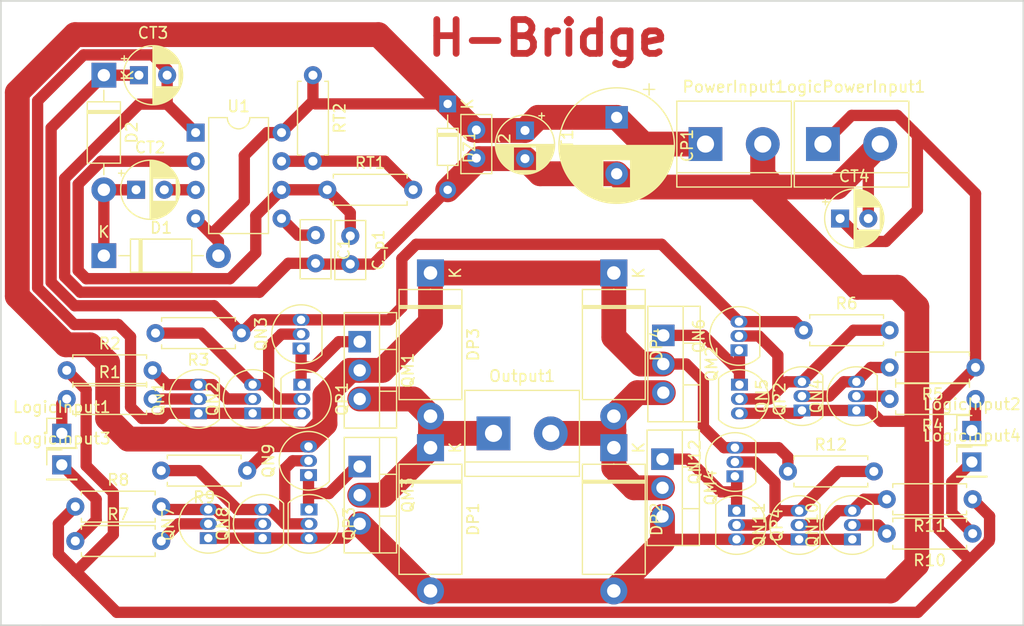
<source format=kicad_pcb>
(kicad_pcb (version 20211014) (generator pcbnew)
  (layers (0 "F.Cu" signal) (31 "B.Cu" signal) (37 "F.SilkS" user "F.Silkscreen") (38 "B.Mask" user) (39 "F.Mask" user) (44 "Edge.Cuts" user))
  (net 0 "")
  (net 1 "Net-(C1-Pad1)")
  (net 2 "GND")
  (net 3 "+12V")
  (net 4 "Net-(D1-Pad1)")
  (net 5 "Net-(U1-Pad3)")
  (net 6 "+24V")
  (net 7 "+5V")
  (net 8 "Net-(U1-Pad2)")
  (net 9 "Net-(QM1-Pad3)")
  (net 10 "Net-(QM2-Pad3)")
  (net 11 "Net-(QM1-Pad1)")
  (net 12 "Net-(QN6-Pad1)")
  (net 13 "Net-(QN9-Pad1)")
  (net 14 "Net-(QN12-Pad1)")
  (net 15 "Net-(QN1-Pad2)")
  (net 16 "Net-(QN1-Pad3)")
  (net 17 "Net-(QP1-Pad2)")
  (net 18 "Net-(QN4-Pad2)")
  (net 19 "Net-(QN4-Pad3)")
  (net 20 "Net-(QN5-Pad3)")
  (net 21 "Net-(R7-Pad2)")
  (net 22 "Net-(R8-Pad2)")
  (net 23 "Net-(R9-Pad2)")
  (net 24 "Net-(R10-Pad2)")
  (net 25 "Net-(R11-Pad2)")
  (net 26 "Net-(R12-Pad2)")
  (net 27 "Net-(U1-Pad7)")
  (net 28 "Net-(R1-Pad1)")
  (net 29 "Net-(R4-Pad1)")
  (net 30 "Net-(R7-Pad1)")
  (net 31 "Net-(R10-Pad1)")
  (footprint "Package_TO_SOT_THT:TO-92_Inline" (layer "F.Cu") (at 36.611 59.891031 90)
    (fp_text reference "QN8")
    (fp_text value "S8050")
  )
  (footprint "Package_TO_SOT_THT:TO-92_Inline" (layer "F.Cu") (at 35.722 48.821031 90)
    (fp_text reference "QN2")
    (fp_text value "S8050")
  )
  (footprint "Package_TO_SOT_THT:TO-92_Inline" (layer "F.Cu") (at 40.017 43.071031 90)
    (fp_text reference "QN3")
    (fp_text value "S8050")
  )
  (footprint "Package_TO_SOT_THT:TO-220-3_Vertical" (layer "F.Cu") (at 45.212 53.541031 -90)
    (fp_text reference "QM3")
    (fp_text value "IRF540N")
  )
  (footprint "Package_TO_SOT_THT:TO-220-3_Vertical" (layer "F.Cu") (at 45.212 42.471031 -90)
    (fp_text reference "QM1")
    (fp_text value "IRF540N")
  )
  (footprint "Diode_THT:D_DO-41_SOD81_P10.16mm_Horizontal" (layer "F.Cu") (at 22.525 18.839031 -90)
    (fp_text reference "D2")
    (fp_text value "1N5819")
  )
  (footprint "Package_TO_SOT_THT:TO-220-3_Vertical" (layer "F.Cu") (at 72.136 41.91 -90)
    (fp_text reference "QM2")
    (fp_text value "IRF540N")
  )
  (footprint "Capacitor_THT:CP_Radial_D5.0mm_P2.50mm" (layer "F.Cu") (at 25.383888 28.999031)
    (fp_text reference "CT2")
    (fp_text value "10uF")
  )
  (footprint "Resistor_THT:R_Axial_DIN0207_L6.3mm_D2.5mm_P7.62mm_Horizontal" (layer "F.Cu") (at 19.233 45.011031)
    (fp_text reference "R2")
    (fp_text value "1k")
  )
  (footprint "Capacitor_THT:C_Disc_D5.0mm_W2.5mm_P2.50mm" (layer "F.Cu") (at 55.555 23.695031 -90)
    (fp_text reference "C2")
    (fp_text value "100nF")
  )
  (footprint "Package_TO_SOT_THT:TO-92_Inline" (layer "F.Cu") (at 88.9 59.997031 90)
    (fp_text reference "QN10")
    (fp_text value "S8050")
  )
  (footprint "Capacitor_THT:CP_Radial_D5.0mm_P2.50mm" (layer "F.Cu") (at 87.813 31.549031)
    (fp_text reference "CT4")
    (fp_text value "10uF")
  )
  (footprint "Connector_PinHeader_2.54mm:PinHeader_1x01_P2.54mm_Vertical" (layer "F.Cu") (at 99.497 50.345031)
    (fp_text reference "LogicInput2")
    (fp_text value "Conn_01x01_Female")
  )
  (footprint "Package_TO_SOT_THT:TO-92_Inline" (layer "F.Cu") (at 30.917 48.821031 90)
    (fp_text reference "QN1")
    (fp_text value "S8050")
  )
  (footprint "Capacitor_THT:CP_Radial_D10.0mm_P5.00mm" (layer "F.Cu") (at 68.001 22.577354 -90)
    (fp_text reference "CP1")
    (fp_text value "C_Polarized")
  )
  (footprint "Capacitor_THT:C_Disc_D5.0mm_W2.5mm_P2.50mm" (layer "F.Cu") (at 44.379 33.093031 -90)
    (fp_text reference "C_p1")
    (fp_text value "100pF")
  )
  (footprint "Capacitor_THT:C_Disc_D5.0mm_W2.5mm_P2.50mm" (layer "F.Cu") (at 41.301 33.02 -90)
    (fp_text reference "C1")
    (fp_text value "100nF")
  )
  (footprint "Diode_THT:D_DO-34_SOD68_P7.62mm_Horizontal" (layer "F.Cu") (at 53.015 21.384031 -90)
    (fp_text reference "DZ1")
    (fp_text value "12.1v")
  )
  (footprint "Resistor_THT:R_Axial_DIN0207_L6.3mm_D2.5mm_P7.62mm_Horizontal" (layer "F.Cu") (at 35.235 53.901031 180)
    (fp_text reference "R9")
    (fp_text value "1k")
  )
  (footprint "Connector_PinHeader_2.54mm:PinHeader_1x01_P2.54mm_Vertical" (layer "F.Cu") (at 18.796 53.393031)
    (fp_text reference "LogicInput3")
    (fp_text value "Conn_01x01_Female")
  )
  (footprint "Resistor_THT:R_Axial_DIN0207_L6.3mm_D2.5mm_P7.62mm_Horizontal" (layer "F.Cu") (at 99.568 56.441031 180)
    (fp_text reference "R11")
    (fp_text value "1k")
  )
  (footprint "Resistor_THT:R_Axial_DIN0207_L6.3mm_D2.5mm_P7.62mm_Horizontal" (layer "F.Cu") (at 83.185 53.975)
    (fp_text reference "R12")
    (fp_text value "1k")
  )
  (footprint "Package_TO_SOT_THT:TO-92_Inline" (layer "F.Cu") (at 40.717 57.351031 -90)
    (fp_text reference "QP3")
    (fp_text value "S8550")
  )
  (footprint "Resistor_THT:R_Axial_DIN0207_L6.3mm_D2.5mm_P7.62mm_Horizontal" (layer "F.Cu") (at 99.822 44.757031 180)
    (fp_text reference "R5")
    (fp_text value "1k")
  )
  (footprint "Package_TO_SOT_THT:TO-92_Inline" (layer "F.Cu") (at 31.785 59.891031 90)
    (fp_text reference "QN7")
    (fp_text value "S8050")
  )
  (footprint "Package_TO_SOT_THT:TO-92_Inline" (layer "F.Cu") (at 40.675 54.303031 90)
    (fp_text reference "QN9")
    (fp_text value "S8050")
  )
  (footprint "Diode_THT:D_DO-27_P12.70mm_Horizontal" (layer "F.Cu") (at 67.747 36.375031 -90)
    (fp_text reference "DP4")
    (fp_text value "SR360")
  )
  (footprint "Resistor_THT:R_Axial_DIN0207_L6.3mm_D2.5mm_P7.62mm_Horizontal" (layer "F.Cu") (at 19.995 60.145031)
    (fp_text reference "R7")
    (fp_text value "10k")
  )
  (footprint "Capacitor_THT:CP_Radial_D5.0mm_P2.50mm" (layer "F.Cu") (at 25.637888 18.839031)
    (fp_text reference "CT3")
    (fp_text value "10uF")
  )
  (footprint "Package_TO_SOT_THT:TO-92_Inline" (layer "F.Cu") (at 89.26 48.567031 90)
    (fp_text reference "QN4")
    (fp_text value "S8050")
  )
  (footprint "Diode_THT:D_DO-27_P12.70mm_Horizontal" (layer "F.Cu") (at 51.491 51.869031 -90)
    (fp_text reference "DP1")
    (fp_text value "SR360")
  )
  (footprint "Package_TO_SOT_THT:TO-92_Inline" (layer "F.Cu") (at 78.486 54.409031 90)
    (fp_text reference "QN12")
    (fp_text value "S8050")
  )
  (footprint "Capacitor_THT:CP_Radial_D5.0mm_P2.50mm" (layer "F.Cu") (at 59.873 23.739919 -90)
    (fp_text reference "CT1")
    (fp_text value "10uF")
  )
  (footprint "Resistor_THT:R_Axial_DIN0207_L6.3mm_D2.5mm_P7.62mm_Horizontal" (layer "F.Cu") (at 99.822 47.551031 180)
    (fp_text reference "R4")
    (fp_text value "10k")
  )
  (footprint "Package_TO_SOT_THT:TO-92_Inline" (layer "F.Cu") (at 78.634 57.457031 -90)
    (fp_text reference "QP4")
    (fp_text value "S8550")
  )
  (footprint "Connector_PinHeader_2.54mm:PinHeader_1x01_P2.54mm_Vertical" (layer "F.Cu") (at 18.796 50.599031)
    (fp_text reference "LogicInput1")
    (fp_text value "Conn_01x01_Female")
  )
  (footprint "TerminalBlock:TerminalBlock_bornier-2_P5.08mm" (layer "F.Cu") (at 75.875 24.945031)
    (fp_text reference "PowerInput1")
    (fp_text value "Conn_01x02_Female")
  )
  (footprint "Resistor_THT:R_Axial_DIN0207_L6.3mm_D2.5mm_P7.62mm_Horizontal" (layer "F.Cu") (at 34.727 41.709031 180)
    (fp_text reference "R3")
    (fp_text value "1k")
  )
  (footprint "Diode_THT:D_DO-27_P12.70mm_Horizontal" (layer "F.Cu") (at 51.491 36.375031 -90)
    (fp_text reference "DP3")
    (fp_text value "SR360")
  )
  (footprint "Connector_PinHeader_2.54mm:PinHeader_1x01_P2.54mm_Vertical" (layer "F.Cu") (at 99.497 53.139031)
    (fp_text reference "LogicInput4")
    (fp_text value "Conn_01x01_Female")
  )
  (footprint "TerminalBlock:TerminalBlock_bornier-2_P5.08mm" (layer "F.Cu") (at 57.079 50.599031)
    (fp_text reference "Output1")
    (fp_text value "Conn_01x02_Female")
  )
  (footprint "Resistor_THT:R_Axial_DIN0207_L6.3mm_D2.5mm_P7.62mm_Horizontal" (layer "F.Cu") (at 99.568 59.489031 180)
    (fp_text reference "R10")
    (fp_text value "10k")
  )
  (footprint "Diode_THT:D_DO-27_P12.70mm_Horizontal" (layer "F.Cu") (at 67.747 51.869031 -90)
    (fp_text reference "DP2")
    (fp_text value "SR360")
  )
  (footprint "Package_DIP:DIP-8_W7.62mm" (layer "F.Cu") (at 30.663 23.929031)
    (fp_text reference "U1")
    (fp_text value "NE555P")
  )
  (footprint "Package_TO_SOT_THT:TO-92_Inline" (layer "F.Cu") (at 40.082 46.281031 -90)
    (fp_text reference "QP1")
    (fp_text value "S8550")
  )
  (footprint "Resistor_THT:R_Axial_DIN0207_L6.3mm_D2.5mm_P7.62mm_Horizontal" (layer "F.Cu") (at 41.067 18.839031 -90)
    (fp_text reference "RT2")
    (fp_text value "1k")
  )
  (footprint "Package_TO_SOT_THT:TO-220-3_Vertical" (layer "F.Cu") (at 72.065 52.885031 -90)
    (fp_text reference "QM4")
    (fp_text value "IRF540N")
  )
  (footprint "Resistor_THT:R_Axial_DIN0207_L6.3mm_D2.5mm_P7.62mm_Horizontal" (layer "F.Cu") (at 19.233 47.551031)
    (fp_text reference "R1")
    (fp_text value "10k")
  )
  (footprint "Resistor_THT:R_Axial_DIN0207_L6.3mm_D2.5mm_P7.62mm_Horizontal" (layer "F.Cu") (at 19.995 57.097031)
    (fp_text reference "R8")
    (fp_text value "1k")
  )
  (footprint "Resistor_THT:R_Axial_DIN0207_L6.3mm_D2.5mm_P7.62mm_Horizontal" (layer "F.Cu") (at 84.582 41.455031)
    (fp_text reference "R6")
    (fp_text value "1k")
  )
  (footprint "Package_TO_SOT_THT:TO-92_Inline" (layer "F.Cu") (at 84.434 48.567031 90)
    (fp_text reference "QN5")
    (fp_text value "S8050")
  )
  (footprint "Package_TO_SOT_THT:TO-92_Inline" (layer "F.Cu") (at 84.18 59.997031 90)
    (fp_text reference "QN11")
    (fp_text value "S8050")
  )
  (footprint "Diode_THT:D_DO-41_SOD81_P10.16mm_Horizontal" (layer "F.Cu") (at 22.525 34.841031)
    (fp_text reference "D1")
    (fp_text value "1N5819")
  )
  (footprint "Package_TO_SOT_THT:TO-92_Inline" (layer "F.Cu") (at 78.888 46.281031 -90)
    (fp_text reference "QP2")
    (fp_text value "S8550")
  )
  (footprint "Resistor_THT:R_Axial_DIN0207_L6.3mm_D2.5mm_P7.62mm_Horizontal" (layer "F.Cu") (at 42.337 28.999031)
    (fp_text reference "RT1")
    (fp_text value "10k")
  )
  (footprint "Package_TO_SOT_THT:TO-92_Inline" (layer "F.Cu") (at 78.846 43.233031 90)
    (fp_text reference "QN6")
    (fp_text value "S8050")
  )
  (footprint "TerminalBlock:TerminalBlock_bornier-2_P5.08mm" (layer "F.Cu") (at 86.289 24.945031)
    (fp_text reference "LogicPowerInput1")
    (fp_text value "Conn_01x02_Female")
  )
  (gr_line (start 16.947 67.617031) (end 13.391 67.617031) (layer "Edge.Cuts") (width 0.15))
  (gr_line (start 13.391 67.617031) (end 13.391 12.245031) (layer "Edge.Cuts") (width 0.15))
  (gr_line (start 13.391 12.245031) (end 104.069 12.245031) (layer "Edge.Cuts") (width 0.15))
  (gr_line (start 104.069 12.245031) (end 104.069 67.617031) (layer "Edge.Cuts") (width 0.15))
  (gr_line (start 104.069 67.617031) (end 16.947 67.617031) (layer "Edge.Cuts") (width 0.15))
  (gr_text "H-Bridge" (at 61.905 15.547031) (layer "F.Cu") (effects (font (size 3 3) (thickness 0.6))))
  (segment (start 39.753969 33.02) (end 38.283 31.549031) (width 1) (layer "F.Cu") (net 1))
  (segment (start 41.301 33.02) (end 39.753969 33.02) (width 1) (layer "F.Cu") (net 1))
  (segment (start 40.082 48.821031) (end 30.917 48.821031) (width 1) (layer "F.Cu") (net 2))
  (segment (start 72.065 60.251031) (end 67.747 64.569031) (width 2.2) (layer "F.Cu") (net 2))
  (segment (start 20.43252 38.082551) (end 19.04948 36.699511) (width 1) (layer "F.Cu") (net 2))
  (segment (start 78.634 59.997031) (end 72.319 59.997031) (width 1) (layer "F.Cu") (net 2))
  (segment (start 36.32148 38.082551) (end 38.884031 35.52) (width 1) (layer "F.Cu") (net 2))
  (segment (start 94.615 49.53) (end 94.615 62.23) (width 2.2) (layer "F.Cu") (net 2))
  (segment (start 69.178677 28.755031) (end 68.001 27.577354) (width 2.2) (layer "F.Cu") (net 2))
  (segment (start 44.379 35.593031) (end 46.426 35.593031) (width 1) (layer "F.Cu") (net 2))
  (segment (start 90.313 31.549031) (end 90.313 26.001031) (width 1) (layer "F.Cu") (net 2))
  (segment (start 68.001 27.577354) (end 61.210435 27.577354) (width 2.2) (layer "F.Cu") (net 2))
  (segment (start 88.9 59.997031) (end 78.634 59.997031) (width 1) (layer "F.Cu") (net 2))
  (segment (start 92.275969 64.569031) (end 67.747 64.569031) (width 2.2) (layer "F.Cu") (net 2))
  (segment (start 24.892 42.037) (end 24.892 48.26) (width 1) (layer "F.Cu") (net 2))
  (segment (start 43.942 59.891031) (end 45.212 58.621031) (width 1) (layer "F.Cu") (net 2))
  (segment (start 90.313 26.001031) (end 91.369 24.945031) (width 1) (layer "F.Cu") (net 2))
  (segment (start 28.137888 18.839031) (end 28.137888 21.403919) (width 1) (layer "F.Cu") (net 2))
  (segment (start 89.337 37.645031) (end 92.890031 37.645031) (width 2.2) (layer "F.Cu") (net 2))
  (segment (start 59.873 26.239919) (end 55.779112 26.239919) (width 2.2) (layer "F.Cu") (net 2))
  (segment (start 41.374031 35.593031) (end 41.301 35.52) (width 1) (layer "F.Cu") (net 2))
  (segment (start 28.137888 18.340009) (end 26.837399 17.03952) (width 1) (layer "F.Cu") (net 2))
  (segment (start 28.137888 21.403919) (end 30.663 23.929031) (width 1) (layer "F.Cu") (net 2))
  (segment (start 25.649734 21.403919) (end 28.137888 21.403919) (width 1) (layer "F.Cu") (net 2))
  (segment (start 51.491 64.569031) (end 51.16 64.569031) (width 2.2) (layer "F.Cu") (net 2))
  (segment (start 51.16 64.569031) (end 45.212 58.621031) (width 2.2) (layer "F.Cu") (net 2))
  (segment (start 31.785 59.891031) (end 43.942 59.891031) (width 1) (layer "F.Cu") (net 2))
  (segment (start 26.837399 17.03952) (end 20.725489 17.03952) (width 1) (layer "F.Cu") (net 2))
  (segment (start 20.725489 17.03952) (end 16.65044 21.114569) (width 1) (layer "F.Cu") (net 2))
  (segment (start 84.18 48.821031) (end 84.434 48.567031) (width 1) (layer "F.Cu") (net 2))
  (segment (start 19.04948 28.004173) (end 25.649734 21.403919) (width 1) (layer "F.Cu") (net 2))
  (segment (start 46.426 35.593031) (end 53.015 29.004031) (width 1) (layer "F.Cu") (net 2))
  (segment (start 61.210435 27.577354) (end 59.873 26.239919) (width 2.2) (layer "F.Cu") (net 2))
  (segment (start 72.319 59.997031) (end 72.065 60.251031) (width 1) (layer "F.Cu") (net 2))
  (segment (start 84.434 48.567031) (end 89.26 48.567031) (width 1) (layer "F.Cu") (net 2))
  (segment (start 90.477031 48.567031) (end 91.44 49.53) (width 1) (layer "F.Cu") (net 2))
  (segment (start 80.955 27.739031) (end 81.971 28.755031) (width 2.2) (layer "F.Cu") (net 2))
  (segment (start 92.890031 37.645031) (end 94.615 39.37) (width 2.2) (layer "F.Cu") (net 2))
  (segment (start 28.123 48.821031) (end 30.917 48.821031) (width 1) (layer "F.Cu") (net 2))
  (segment (start 24.892 48.26) (end 25.908 49.276) (width 1) (layer "F.Cu") (net 2))
  (segment (start 16.65044 21.114569) (end 16.65044 37.693227) (width 1) (layer "F.Cu") (net 2))
  (segment (start 80.955 29.263031) (end 89.337 37.645031) (width 2.2) (layer "F.Cu") (net 2))
  (segment (start 19.904244 40.947031) (end 23.802031 40.947031) (width 1) (layer "F.Cu") (net 2))
  (segment (start 16.65044 37.693227) (end 19.904244 40.947031) (width 1) (layer "F.Cu") (net 2))
  (segment (start 94.615 62.23) (end 92.275969 64.569031) (width 2.2) (layer "F.Cu") (net 2))
  (segment (start 81.971 28.755031) (end 69.178677 28.755031) (width 2.2) (layer "F.Cu") (net 2))
  (segment (start 19.04948 36.699511) (end 19.04948 28.004173) (width 1) (layer "F.Cu") (net 2))
  (segment (start 25.908 49.276) (end 27.668031 49.276) (width 1) (layer "F.Cu") (net 2))
  (segment (start 28.137888 18.839031) (end 28.137888 18.340009) (width 1) (layer "F.Cu") (net 2))
  (segment (start 27.668031 49.276) (end 28.123 48.821031) (width 1) (layer "F.Cu") (net 2))
  (segment (start 44.379 35.593031) (end 41.374031 35.593031) (width 1) (layer "F.Cu") (net 2))
  (segment (start 87.559 28.755031) (end 91.369 24.945031) (width 2.2) (layer "F.Cu") (net 2))
  (segment (start 80.955 24.945031) (end 80.955 29.263031) (width 2.2) (layer "F.Cu") (net 2))
  (segment (start 51.491 64.569031) (end 67.747 64.569031) (width 2.2) (layer "F.Cu") (net 2))
  (segment (start 23.802031 40.947031) (end 24.892 42.037) (width 1) (layer "F.Cu") (net 2))
  (segment (start 55.779112 26.239919) (end 53.015 29.004031) (width 2.2) (layer "F.Cu") (net 2))
  (segment (start 81.971 28.755031) (end 87.559 28.755031) (width 2.2) (layer "F.Cu") (net 2))
  (segment (start 94.615 39.37) (end 94.615 49.53) (width 2.2) (layer "F.Cu") (net 2))
  (segment (start 91.44 49.53) (end 94.615 49.53) (width 1) (layer "F.Cu") (net 2))
  (segment (start 78.888 48.821031) (end 84.18 48.821031) (width 1) (layer "F.Cu") (net 2))
  (segment (start 80.955 24.945031) (end 80.955 27.739031) (width 2.2) (layer "F.Cu") (net 2))
  (segment (start 72.065 57.965031) (end 72.065 60.251031) (width 2.2) (layer "F.Cu") (net 2))
  (segment (start 89.26 48.567031) (end 90.477031 48.567031) (width 1) (layer "F.Cu") (net 2))
  (segment (start 38.884031 35.52) (end 41.301 35.52) (width 1) (layer "F.Cu") (net 2))
  (segment (start 36.32148 38.082551) (end 20.43252 38.082551) (width 1) (layer "F.Cu") (net 2))
  (segment (start 82.349031 51.869031) (end 78.486 51.869031) (width 1) (layer "F.Cu") (net 3))
  (segment (start 32.685 33.571031) (end 32.06 32.946031) (width 1) (layer "F.Cu") (net 3))
  (segment (start 78.486 51.869031) (end 77.523031 51.869031) (width 1) (layer "F.Cu") (net 3))
  (segment (start 75.692 45.974) (end 74.168 44.45) (width 1) (layer "F.Cu") (net 3))
  (segment (start 32.06 32.946031) (end 30.663 31.549031) (width 1) (layer "F.Cu") (net 3))
  (segment (start 19.980103 15.24) (end 46.870969 15.24) (width 2.2) (layer "F.Cu") (net 3))
  (segment (start 37.013 23.929031) (end 38.283 23.929031) (width 1) (layer "F.Cu") (net 3))
  (segment (start 83.185 53.975) (end 83.185 52.705) (width 1) (layer "F.Cu") (net 3))
  (segment (start 51.491 40.743553) (end 47.223522 45.011031) (width 2.2) (layer "F.Cu") (net 3))
  (segment (start 35.235 53.901031) (end 37.373 51.763031) (width 1) (layer "F.Cu") (net 3))
  (segment (start 41.067 21.145031) (end 41.306 21.384031) (width 1) (layer "F.Cu") (net 3))
  (segment (start 40.57352 51.107031) (end 24.691031 51.107031) (width 2.2) (layer "F.Cu") (net 3))
  (segment (start 44.358567 45.011031) (end 42.13152 47.238078) (width 2.2) (layer "F.Cu") (net 3))
  (segment (start 19.158858 42.746551) (end 14.85092 38.438613) (width 2.2) (layer "F.Cu") (net 3))
  (segment (start 55.326 23.695031) (end 53.015 21.384031) (width 2.2) (layer "F.Cu") (net 3))
  (segment (start 42.13152 49.751991) (end 40.675 51.208511) (width 2.2) (layer "F.Cu") (net 3))
  (segment (start 14.85092 38.438613) (end 14.85092 20.369183) (width 2.2) (layer "F.Cu") (net 3))
  (segment (start 83.185 52.705) (end 82.349031 51.869031) (width 1) (layer "F.Cu") (net 3))
  (segment (start 75.875 24.945031) (end 70.368677 24.945031) (width 2.2) (layer "F.Cu") (net 3))
  (segment (start 14.85092 20.369183) (end 19.980103 15.24) (width 2.2) (layer "F.Cu") (net 3))
  (segment (start 72.136 44.45) (end 70.124478 44.45) (width 2.2) (layer "F.Cu") (net 3))
  (segment (start 41.067 18.839031) (end 41.067 21.145031) (width 1) (layer "F.Cu") (net 3))
  (segment (start 70.124478 44.45) (end 67.747 42.072522) (width 2.2) (layer "F.Cu") (net 3))
  (segment (start 46.870969 15.24) (end 53.015 21.384031) (width 2.2) (layer "F.Cu") (net 3))
  (segment (start 67.747 42.072522) (end 67.747 36.375031) (width 2.2) (layer "F.Cu") (net 3))
  (segment (start 40.675 51.208511) (end 40.57352 51.107031) (width 2.2) (layer "F.Cu") (net 3))
  (segment (start 68.001 22.577354) (end 61.035565 22.577354) (width 2.2) (layer "F.Cu") (net 3))
  (segment (start 51.491 36.375031) (end 51.491 40.743553) (width 2.2) (layer "F.Cu") (net 3))
  (segment (start 61.035565 22.577354) (end 59.873 23.739919) (width 2.2) (layer "F.Cu") (net 3))
  (segment (start 41.067 21.145031) (end 38.283 23.929031) (width 1) (layer "F.Cu") (net 3))
  (segment (start 41.306 21.384031) (end 53.015 21.384031) (width 1) (layer "F.Cu") (net 3))
  (segment (start 55.555 23.695031) (end 55.326 23.695031) (width 2.2) (layer "F.Cu") (net 3))
  (segment (start 32.06 32.946031) (end 34.981 30.025031) (width 1) (layer "F.Cu") (net 3))
  (segment (start 32.685 34.841031) (end 32.685 33.571031) (width 1) (layer "F.Cu") (net 3))
  (segment (start 22.86 49.276) (end 22.86 44.323) (width 2.2) (layer "F.Cu") (net 3))
  (segment (start 77.523031 51.869031) (end 75.692 50.038) (width 1) (layer "F.Cu") (net 3))
  (segment (start 59.873 23.739919) (end 55.599888 23.739919) (width 2.2) (layer "F.Cu") (net 3))
  (segment (start 55.599888 23.739919) (end 55.555 23.695031) (width 2.2) (layer "F.Cu") (net 3))
  (segment (start 22.86 44.323) (end 21.283551 42.746551) (width 2.2) (layer "F.Cu") (net 3))
  (segment (start 24.691031 51.107031) (end 22.86 49.276) (width 2.2) (layer "F.Cu") (net 3))
  (segment (start 34.981 30.025031) (end 34.981 25.961031) (width 1) (layer "F.Cu") (net 3))
  (segment (start 51.491 36.375031) (end 67.747 36.375031) (width 2.2) (layer "F.Cu") (net 3))
  (segment (start 34.981 25.961031) (end 37.013 23.929031) (width 1) (layer "F.Cu") (net 3))
  (segment (start 42.13152 47.238078) (end 42.13152 49.751991) (width 2.2) (layer "F.Cu") (net 3))
  (segment (start 45.212 45.011031) (end 44.358567 45.011031) (width 2.2) (layer "F.Cu") (net 3))
  (segment (start 47.223522 45.011031) (end 45.212 45.011031) (width 2.2) (layer "F.Cu") (net 3))
  (segment (start 70.368677 24.945031) (end 68.001 22.577354) (width 2.2) (layer "F.Cu") (net 3))
  (segment (start 74.168 44.45) (end 72.136 44.45) (width 1) (layer "F.Cu") (net 3))
  (segment (start 37.373 51.763031) (end 40.675 51.763031) (width 1) (layer "F.Cu") (net 3))
  (segment (start 21.283551 42.746551) (end 19.158858 42.746551) (width 2.2) (layer "F.Cu") (net 3))
  (segment (start 75.692 50.038) (end 75.692 45.974) (width 1) (layer "F.Cu") (net 3))
  (segment (start 22.525 28.999031) (end 25.383888 28.999031) (width 1) (layer "F.Cu") (net 4))
  (segment (start 22.525 34.841031) (end 22.525 28.999031) (width 1) (layer "F.Cu") (net 4))
  (segment (start 27.883888 28.999031) (end 30.653 28.999031) (width 1) (layer "F.Cu") (net 5))
  (segment (start 30.653 28.999031) (end 30.663 29.009031) (width 1) (layer "F.Cu") (net 5))
  (segment (start 48.951 35.105031) (end 48.951 39.423031) (width 1) (layer "F.Cu") (net 6))
  (segment (start 71.988 33.835031) (end 50.221 33.835031) (width 1) (layer "F.Cu") (net 6))
  (segment (start 78.846 40.693031) (end 71.988 33.835031) (width 1) (layer "F.Cu") (net 6))
  (segment (start 17.84996 23.514071) (end 17.84996 37.196369) (width 1) (layer "F.Cu") (net 6))
  (segment (start 84.582 41.455031) (end 83.82 40.693031) (width 1) (layer "F.Cu") (net 6))
  (segment (start 17.84996 37.196369) (end 19.935662 39.282071) (width 1) (layer "F.Cu") (net 6))
  (segment (start 83.82 40.693031) (end 78.846 40.693031) (width 1) (layer "F.Cu") (net 6))
  (segment (start 50.221 33.835031) (end 48.951 35.105031) (width 1) (layer "F.Cu") (net 6))
  (segment (start 34.727 41.709031) (end 35.905 40.531031) (width 1) (layer "F.Cu") (net 6))
  (segment (start 22.525 18.839031) (end 25.637888 18.839031) (width 1) (layer "F.Cu") (net 6))
  (segment (start 19.935662 39.282071) (end 32.30004 39.282071) (width 1) (layer "F.Cu") (net 6))
  (segment (start 47.843 40.531031) (end 40.017 40.531031) (width 1) (layer "F.Cu") (net 6))
  (segment (start 35.905 40.531031) (end 40.017 40.531031) (width 1) (layer "F.Cu") (net 6))
  (segment (start 32.30004 39.282071) (end 34.727 41.709031) (width 1) (layer "F.Cu") (net 6))
  (segment (start 48.951 39.423031) (end 47.843 40.531031) (width 1) (layer "F.Cu") (net 6))
  (segment (start 22.525 18.839031) (end 17.84996 23.514071) (width 1) (layer "F.Cu") (net 6))
  (segment (start 94.29 23.802031) (end 94.671 24.183031) (width 1) (layer "F.Cu") (net 7))
  (segment (start 23.368 55.88) (end 23.368 59.563) (width 1) (layer "F.Cu") (net 7))
  (segment (start 96.51948 48.059551) (end 96.51948 58.41948) (width 1) (layer "F.Cu") (net 7))
  (segment (start 23.368 59.563) (end 20.067484 62.863516) (width 1) (layer "F.Cu") (net 7))
  (segment (start 88.829 22.405031) (end 92.893 22.405031) (width 1) (layer "F.Cu") (net 7))
  (segment (start 18.495489 58.596542) (end 18.495489 61.29152) (width 1) (layer "F.Cu") (net 7))
  (segment (start 94.671 30.787031) (end 91.877 33.581031) (width 1) (layer "F.Cu") (net 7))
  (segment (start 94.709119 66.468542) (end 99.321331 61.856331) (width 1) (layer "F.Cu") (net 7))
  (segment (start 101.021 59.997031) (end 100.973815 60.203846) (width 1) (layer "F.Cu") (net 7))
  (segment (start 19.995 57.097031) (end 18.495489 58.596542) (width 1) (layer "F.Cu") (net 7))
  (segment (start 19.233 44.775) (end 19.304 44.704) (width 1) (layer "F.Cu") (net 7))
  (segment (start 94.671 24.183031) (end 94.671 30.787031) (width 1) (layer "F.Cu") (net 7))
  (segment (start 101.021 60.156661) (end 101.021 59.997031) (width 1) (layer "F.Cu") (net 7))
  (segment (start 86.289 24.945031) (end 88.829 22.405031) (width 1) (layer "F.Cu") (net 7))
  (segment (start 20.955 46.733031) (end 20.955 53.467) (width 1) (layer "F.Cu") (net 7))
  (segment (start 101.067511 57.940542) (end 101.067511 59.997031) (width 1) (layer "F.Cu") (net 7))
  (segment (start 96.51948 58.41948) (end 96.52 58.42) (width 1) (layer "F.Cu") (net 7))
  (segment (start 92.893 22.405031) (end 94.29 23.802031) (width 1) (layer "F.Cu") (net 7))
  (segment (start 91.877 33.581031) (end 89.845 33.581031) (width 1) (layer "F.Cu") (net 7))
  (segment (start 20.955 53.467) (end 23.368 55.88) (width 1) (layer "F.Cu") (net 7))
  (segment (start 100.973815 60.203846) (end 101.021 60.156661) (width 1) (layer "F.Cu") (net 7))
  (segment (start 99.822 29.334031) (end 94.29 23.802031) (width 1) (layer "F.Cu") (net 7))
  (segment (start 89.845 33.581031) (end 87.813 31.549031) (width 1) (layer "F.Cu") (net 7))
  (segment (start 96.52 58.42) (end 96.52 59.055) (width 1) (layer "F.Cu") (net 7))
  (segment (start 23.672511 66.468542) (end 94.709119 66.468542) (width 1) (layer "F.Cu") (net 7))
  (segment (start 99.822 44.757031) (end 99.822 29.334031) (width 1) (layer "F.Cu") (net 7))
  (segment (start 99.321331 61.856331) (end 101.021 60.156661) (width 1) (layer "F.Cu") (net 7))
  (segment (start 99.568 56.441031) (end 101.067511 57.940542) (width 1) (layer "F.Cu") (net 7))
  (segment (start 96.52 59.055) (end 99.321331 61.856331) (width 1) (layer "F.Cu") (net 7))
  (segment (start 19.233 45.011031) (end 20.955 46.733031) (width 1) (layer "F.Cu") (net 7))
  (segment (start 18.495489 61.29152) (end 20.067484 62.863516) (width 1) (layer "F.Cu") (net 7))
  (segment (start 99.822 44.757031) (end 96.51948 48.059551) (width 1) (layer "F.Cu") (net 7))
  (segment (start 20.067484 62.863516) (end 23.672511 66.468542) (width 1) (layer "F.Cu") (net 7))
  (segment (start 19.233 45.011031) (end 19.233 44.775) (width 1) (layer "F.Cu") (net 7))
  (segment (start 35.997 31.295031) (end 38.283 29.009031) (width 1) (layer "F.Cu") (net 8))
  (segment (start 38.293 28.999031) (end 38.283 29.009031) (width 1) (layer "F.Cu") (net 8))
  (segment (start 42.337 28.999031) (end 38.293 28.999031) (width 1) (layer "F.Cu") (net 8))
  (segment (start 35.997 34.597031) (end 35.997 31.295031) (width 1) (layer "F.Cu") (net 8))
  (segment (start 44.379 33.093031) (end 44.379 31.041031) (width 1) (layer "F.Cu") (net 8))
  (segment (start 22.281 26.469031) (end 20.249 28.501031) (width 1) (layer "F.Cu") (net 8))
  (segment (start 20.249 28.501031) (end 20.249 36.164053) (width 1) (layer "F.Cu") (net 8))
  (segment (start 20.249 36.164053) (end 20.967978 36.883031) (width 1) (layer "F.Cu") (net 8))
  (segment (start 20.967978 36.883031) (end 33.711 36.883031) (width 1) (layer "F.Cu") (net 8))
  (segment (start 33.711 36.883031) (end 35.997 34.597031) (width 1) (layer "F.Cu") (net 8))
  (segment (start 30.663 26.469031) (end 22.281 26.469031) (width 1) (layer "F.Cu") (net 8))
  (segment (start 44.379 31.041031) (end 42.337 28.999031) (width 1) (layer "F.Cu") (net 8))
  (segment (start 45.212 47.551031) (end 49.967 47.551031) (width 2.2) (layer "F.Cu") (net 9))
  (segment (start 49.967 47.551031) (end 51.491 49.075031) (width 2.2) (layer "F.Cu") (net 9))
  (segment (start 51.491 49.075031) (end 51.491 50.599031) (width 2.2) (layer "F.Cu") (net 9))
  (segment (start 51.491 50.599031) (end 51.491 51.869031) (width 2.2) (layer "F.Cu") (net 9))
  (segment (start 47.279 56.081031) (end 51.491 51.869031) (width 2.2) (layer "F.Cu") (net 9))
  (segment (start 45.212 56.081031) (end 47.279 56.081031) (width 2.2) (layer "F.Cu") (net 9))
  (segment (start 51.491 50.599031) (end 57.079 50.599031) (width 2.2) (layer "F.Cu") (net 9))
  (segment (start 67.747 53.647031) (end 69.525 55.425031) (width 2.2) (layer "F.Cu") (net 10))
  (segment (start 67.493 50.599031) (end 62.159 50.599031) (width 2.2) (layer "F.Cu") (net 10))
  (segment (start 69.525 55.425031) (end 72.065 55.425031) (width 2.2) (layer "F.Cu") (net 10))
  (segment (start 67.747 49.075031) (end 67.747 50.345031) (width 2.2) (layer "F.Cu") (net 10))
  (segment (start 67.747 51.869031) (end 67.747 53.647031) (width 2.2) (layer "F.Cu") (net 10))
  (segment (start 67.747 50.345031) (end 67.493 50.599031) (width 2.2) (layer "F.Cu") (net 10))
  (segment (start 69.832031 46.99) (end 67.747 49.075031) (width 2.2) (layer "F.Cu") (net 10))
  (segment (start 72.136 46.99) (end 69.832031 46.99) (width 2.2) (layer "F.Cu") (net 10))
  (segment (start 67.747 50.345031) (end 67.747 51.869031) (width 2.2) (layer "F.Cu") (net 10))
  (segment (start 43.363 42.471031) (end 45.212 42.471031) (width 1) (layer "F.Cu") (net 11))
  (segment (start 40.017 43.071031) (end 40.017 44.713031) (width 1) (layer "F.Cu") (net 11))
  (segment (start 40.017 44.713031) (end 40.017 46.216031) (width 1) (layer "F.Cu") (net 11))
  (segment (start 40.017 46.216031) (end 40.082 46.281031) (width 1) (layer "F.Cu") (net 11))
  (segment (start 41.121 44.713031) (end 43.363 42.471031) (width 1) (layer "F.Cu") (net 11))
  (segment (start 40.017 44.713031) (end 41.121 44.713031) (width 1) (layer "F.Cu") (net 11))
  (segment (start 75.692 41.91) (end 78.888 45.106) (width 1) (layer "F.Cu") (net 12))
  (segment (start 78.888 45.106) (end 78.888 43.275031) (width 1) (layer "F.Cu") (net 12))
  (segment (start 72.136 41.91) (end 75.692 41.91) (width 1) (layer "F.Cu") (net 12))
  (segment (start 78.888 46.281031) (end 78.888 45.106) (width 1) (layer "F.Cu") (net 12))
  (segment (start 78.888 43.275031) (end 78.846 43.233031) (width 1) (layer "F.Cu") (net 12))
  (segment (start 40.675 54.303031) (end 40.675 55.933031) (width 1) (layer "F.Cu") (net 13))
  (segment (start 40.675 55.933031) (end 40.675 57.309031) (width 1) (layer "F.Cu") (net 13))
  (segment (start 44.887 53.541031) (end 45.212 53.541031) (width 1) (layer "F.Cu") (net 13))
  (segment (start 40.675 55.933031) (end 42.495 55.933031) (width 1) (layer "F.Cu") (net 13))
  (segment (start 42.495 55.933031) (end 44.887 53.541031) (width 1) (layer "F.Cu") (net 13))
  (segment (start 40.675 57.309031) (end 40.717 57.351031) (width 1) (layer "F.Cu") (net 13))
  (segment (start 78.634 57.457031) (end 78.634 55.785031) (width 1) (layer "F.Cu") (net 14))
  (segment (start 78.634 55.785031) (end 78.634 54.511551) (width 1) (layer "F.Cu") (net 14))
  (segment (start 77.251 55.785031) (end 74.351 52.885031) (width 1) (layer "F.Cu") (net 14))
  (segment (start 78.634 55.785031) (end 77.251 55.785031) (width 1) (layer "F.Cu") (net 14))
  (segment (start 78.634 54.511551) (end 78.486 54.363551) (width 1) (layer "F.Cu") (net 14))
  (segment (start 74.351 52.885031) (end 72.065 52.885031) (width 1) (layer "F.Cu") (net 14))
  (segment (start 26.853 47.551031) (end 30.917 47.551031) (width 1) (layer "F.Cu") (net 15))
  (segment (start 28.123 46.281031) (end 26.853 45.011031) (width 1) (layer "F.Cu") (net 16))
  (segment (start 32.187 46.281031) (end 33.457 47.551031) (width 1) (layer "F.Cu") (net 16))
  (segment (start 33.457 47.551031) (end 35.722 47.551031) (width 1) (layer "F.Cu") (net 16))
  (segment (start 30.917 46.281031) (end 28.123 46.281031) (width 1) (layer "F.Cu") (net 16))
  (segment (start 30.917 46.281031) (end 32.187 46.281031) (width 1) (layer "F.Cu") (net 16))
  (segment (start 35.722 46.281031) (end 36.759 46.281031) (width 1) (layer "F.Cu") (net 17))
  (segment (start 37.14 46.662031) (end 38.029 47.551031) (width 1) (layer "F.Cu") (net 17))
  (segment (start 38.029 47.551031) (end 40.082 47.551031) (width 1) (layer "F.Cu") (net 17))
  (segment (start 38.267 41.801031) (end 37.14 42.928031) (width 1) (layer "F.Cu") (net 17))
  (segment (start 37.14 42.928031) (end 37.14 46.662031) (width 1) (layer "F.Cu") (net 17))
  (segment (start 35.722 46.281031) (end 31.15 41.709031) (width 1) (layer "F.Cu") (net 17))
  (segment (start 31.15 41.709031) (end 27.107 41.709031) (width 1) (layer "F.Cu") (net 17))
  (segment (start 40.017 41.801031) (end 38.267 41.801031) (width 1) (layer "F.Cu") (net 17))
  (segment (start 36.759 46.281031) (end 37.14 46.662031) (width 1) (layer "F.Cu") (net 17))
  (segment (start 91.948 47.297031) (end 89.26 47.297031) (width 1) (layer "F.Cu") (net 18))
  (segment (start 92.202 47.551031) (end 91.948 47.297031) (width 1) (layer "F.Cu") (net 18))
  (segment (start 90.53 44.757031) (end 89.26 46.027031) (width 1) (layer "F.Cu") (net 19))
  (segment (start 86.868 47.297031) (end 84.434 47.297031) (width 1) (layer "F.Cu") (net 19))
  (segment (start 89.26 46.027031) (end 88.138 46.027031) (width 1) (layer "F.Cu") (net 19))
  (segment (start 88.138 46.027031) (end 86.868 47.297031) (width 1) (layer "F.Cu") (net 19))
  (segment (start 92.202 44.757031) (end 90.53 44.757031) (width 1) (layer "F.Cu") (net 19))
  (segment (start 82.296 46.789031) (end 81.534 47.551031) (width 1) (layer "F.Cu") (net 20))
  (segment (start 82.296 43.663031) (end 82.296 46.789031) (width 1) (layer "F.Cu") (net 20))
  (segment (start 92.202 41.455031) (end 89.006 41.455031) (width 1) (layer "F.Cu") (net 20))
  (segment (start 78.846 41.963031) (end 80.596 41.963031) (width 1) (layer "F.Cu") (net 20))
  (segment (start 84.434 46.027031) (end 83.058 46.027031) (width 1) (layer "F.Cu") (net 20))
  (segment (start 81.534 47.551031) (end 78.888 47.551031) (width 1) (layer "F.Cu") (net 20))
  (segment (start 83.058 46.027031) (end 82.296 46.789031) (width 1) (layer "F.Cu") (net 20))
  (segment (start 89.006 41.455031) (end 84.434 46.027031) (width 1) (layer "F.Cu") (net 20))
  (segment (start 80.596 41.963031) (end 82.296 43.663031) (width 1) (layer "F.Cu") (net 20))
  (segment (start 31.785 58.621031) (end 29.139 58.621031) (width 1) (layer "F.Cu") (net 21))
  (segment (start 29.139 58.621031) (end 27.615 60.145031) (width 1) (layer "F.Cu") (net 21))
  (segment (start 33.741732 58.621031) (end 32.471732 57.351031) (width 1) (layer "F.Cu") (net 22))
  (segment (start 36.611 58.621031) (end 33.741732 58.621031) (width 1) (layer "F.Cu") (net 22))
  (segment (start 31.785 57.351031) (end 27.869 57.351031) (width 1) (layer "F.Cu") (net 22))
  (segment (start 27.869 57.351031) (end 27.615 57.097031) (width 1) (layer "F.Cu") (net 22))
  (segment (start 32.471732 57.351031) (end 31.785 57.351031) (width 1) (layer "F.Cu") (net 22))
  (segment (start 36.611 57.351031) (end 34.367 57.351031) (width 1) (layer "F.Cu") (net 23))
  (segment (start 34.367 57.351031) (end 30.917 53.901031) (width 1) (layer "F.Cu") (net 23))
  (segment (start 40.717 58.621031) (end 38.567732 58.621031) (width 1) (layer "F.Cu") (net 23))
  (segment (start 38.567732 58.621031) (end 37.297732 57.351031) (width 1) (layer "F.Cu") (net 23))
  (segment (start 30.917 53.901031) (end 27.615 53.901031) (width 1) (layer "F.Cu") (net 23))
  (segment (start 40.675 53.033031) (end 39.270978 53.033031) (width 1) (layer "F.Cu") (net 23))
  (segment (start 39.270978 53.033031) (end 38.567732 53.736277) (width 1) (layer "F.Cu") (net 23))
  (segment (start 38.567732 53.736277) (end 38.567732 58.621031) (width 1) (layer "F.Cu") (net 23))
  (segment (start 37.297732 57.351031) (end 36.611 57.351031) (width 1) (layer "F.Cu") (net 23))
  (segment (start 91.186 58.727031) (end 88.9 58.727031) (width 1) (layer "F.Cu") (net 24))
  (segment (start 91.948 59.489031) (end 91.186 58.727031) (width 1) (layer "F.Cu") (net 24))
  (segment (start 89.916 56.441031) (end 88.9 57.457031) (width 1) (layer "F.Cu") (net 25))
  (segment (start 86.36 58.727031) (end 84.18 58.727031) (width 1) (layer "F.Cu") (net 25))
  (segment (start 89.916 56.441031) (end 91.948 56.441031) (width 1) (layer "F.Cu") (net 25))
  (segment (start 87.63 57.457031) (end 86.36 58.727031) (width 1) (layer "F.Cu") (net 25))
  (segment (start 88.9 57.457031) (end 87.63 57.457031) (width 1) (layer "F.Cu") (net 25))
  (segment (start 82.042 57.965031) (end 81.28 58.727031) (width 1) (layer "F.Cu") (net 26))
  (segment (start 80.236 53.139031) (end 82.042 54.945031) (width 1) (layer "F.Cu") (net 26))
  (segment (start 82.55 57.457031) (end 82.042 57.965031) (width 1) (layer "F.Cu") (net 26))
  (segment (start 84.18 57.457031) (end 82.55 57.457031) (width 1) (layer "F.Cu") (net 26))
  (segment (start 82.042 54.945031) (end 82.042 57.965031) (width 1) (layer "F.Cu") (net 26))
  (segment (start 90.805 53.975) (end 87.662031 53.975) (width 1) (layer "F.Cu") (net 26))
  (segment (start 78.486 53.139031) (end 80.236 53.139031) (width 1) (layer "F.Cu") (net 26))
  (segment (start 81.28 58.727031) (end 78.634 58.727031) (width 1) (layer "F.Cu") (net 26))
  (segment (start 87.662031 53.975) (end 84.18 57.457031) (width 1) (layer "F.Cu") (net 26))
  (segment (start 41.057 26.469031) (end 41.067 26.459031) (width 1) (layer "F.Cu") (net 27))
  (segment (start 47.417 26.459031) (end 49.957 28.999031) (width 1) (layer "F.Cu") (net 27))
  (segment (start 38.283 26.469031) (end 41.057 26.469031) (width 1) (layer "F.Cu") (net 27))
  (segment (start 41.067 26.459031) (end 47.417 26.459031) (width 1) (layer "F.Cu") (net 27))
  (segment (start 18.796 47.988031) (end 19.233 47.551031) (width 1) (layer "F.Cu") (net 28))
  (segment (start 18.796 50.599031) (end 18.796 47.988031) (width 1) (layer "F.Cu") (net 28))
  (segment (start 99.822 50.274031) (end 99.497 50.599031) (width 1) (layer "F.Cu") (net 29))
  (segment (start 99.822 47.551031) (end 99.822 50.020031) (width 1) (layer "F.Cu") (net 29))
  (segment (start 99.822 50.020031) (end 99.497 50.345031) (width 1) (layer "F.Cu") (net 29))
  (segment (start 21.844 56.441031) (end 18.796 53.393031) (width 1) (layer "F.Cu") (net 30))
  (segment (start 21.844 58.296031) (end 21.844 56.441031) (width 1) (layer "F.Cu") (net 30))
  (segment (start 19.995 60.145031) (end 21.844 58.296031) (width 1) (layer "F.Cu") (net 30))
  (segment (start 97.719 54.917031) (end 99.497 53.139031) (width 1) (layer "F.Cu") (net 31))
  (segment (start 97.719 57.640031) (end 97.719 54.917031) (width 1) (layer "F.Cu") (net 31))
  (segment (start 99.568 59.489031) (end 97.719 57.640031) (width 1) (layer "F.Cu") (net 31))
)
</source>
